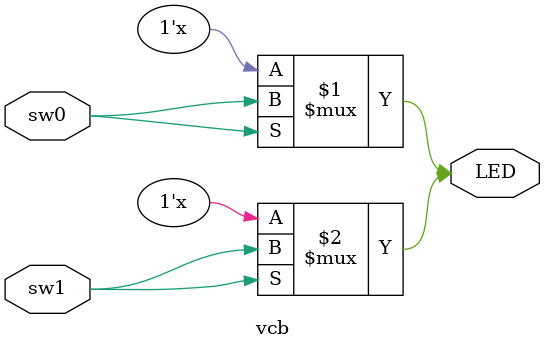
<source format=v>
`timescale 1ns / 1ps

module vcb(
   input  sw0,
   input  sw1,
   output LED
   );
   tri LED;
   bufif1 b1(LED, sw0, sw0);
   bufif1 b2(LED, sw1, sw1);
endmodule
</source>
